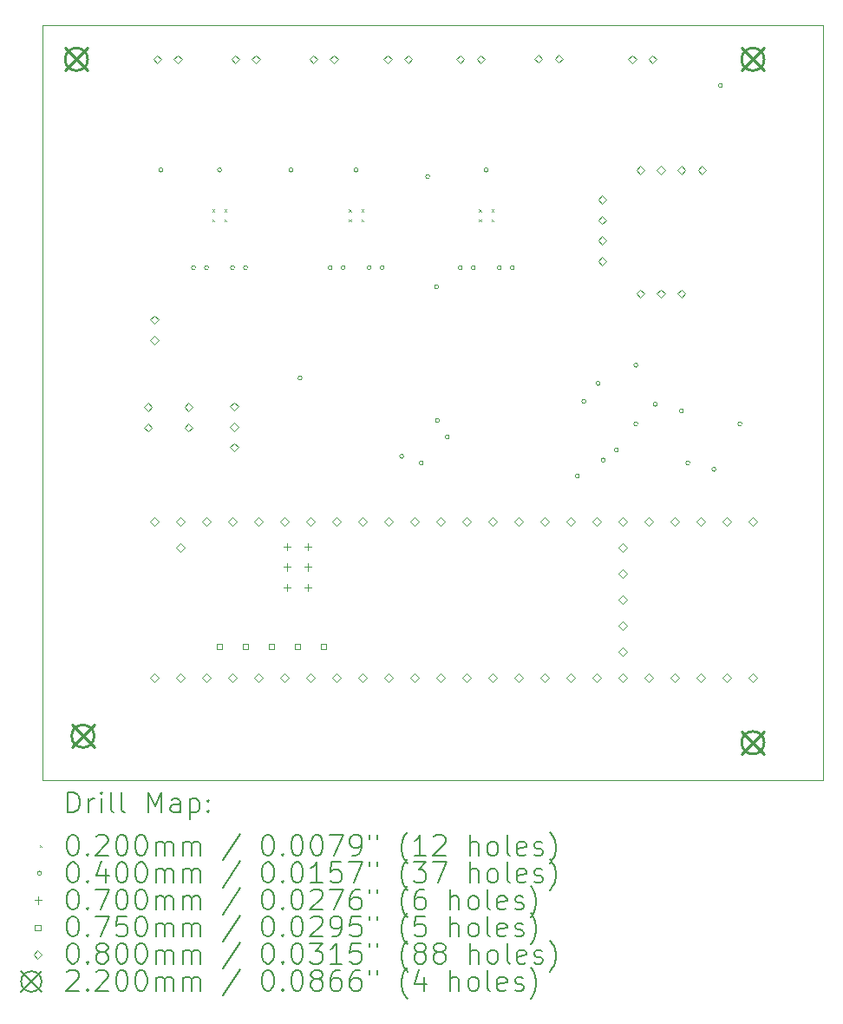
<source format=gbr>
%TF.GenerationSoftware,KiCad,Pcbnew,(6.0.7)*%
%TF.CreationDate,2023-02-02T12:11:48-07:00*%
%TF.ProjectId,Tellus,54656c6c-7573-42e6-9b69-6361645f7063,rev?*%
%TF.SameCoordinates,Original*%
%TF.FileFunction,Drillmap*%
%TF.FilePolarity,Positive*%
%FSLAX45Y45*%
G04 Gerber Fmt 4.5, Leading zero omitted, Abs format (unit mm)*
G04 Created by KiCad (PCBNEW (6.0.7)) date 2023-02-02 12:11:48*
%MOMM*%
%LPD*%
G01*
G04 APERTURE LIST*
%ADD10C,0.100000*%
%ADD11C,0.200000*%
%ADD12C,0.020000*%
%ADD13C,0.040000*%
%ADD14C,0.070000*%
%ADD15C,0.075000*%
%ADD16C,0.080000*%
%ADD17C,0.220000*%
G04 APERTURE END LIST*
D10*
X11730000Y-7540500D02*
X19350000Y-7540500D01*
X19350000Y-7540500D02*
X19350000Y-14906500D01*
X19350000Y-14906500D02*
X11730000Y-14906500D01*
X11730000Y-14906500D02*
X11730000Y-7540500D01*
D11*
D12*
X13392000Y-9338000D02*
X13412000Y-9358000D01*
X13412000Y-9338000D02*
X13392000Y-9358000D01*
X13392000Y-9438000D02*
X13412000Y-9458000D01*
X13412000Y-9438000D02*
X13392000Y-9458000D01*
X13512000Y-9338000D02*
X13532000Y-9358000D01*
X13532000Y-9338000D02*
X13512000Y-9358000D01*
X13512000Y-9438000D02*
X13532000Y-9458000D01*
X13532000Y-9438000D02*
X13512000Y-9458000D01*
X14725500Y-9338000D02*
X14745500Y-9358000D01*
X14745500Y-9338000D02*
X14725500Y-9358000D01*
X14725500Y-9438000D02*
X14745500Y-9458000D01*
X14745500Y-9438000D02*
X14725500Y-9458000D01*
X14845500Y-9338000D02*
X14865500Y-9358000D01*
X14865500Y-9338000D02*
X14845500Y-9358000D01*
X14845500Y-9438000D02*
X14865500Y-9458000D01*
X14865500Y-9438000D02*
X14845500Y-9458000D01*
X15995500Y-9338000D02*
X16015500Y-9358000D01*
X16015500Y-9338000D02*
X15995500Y-9358000D01*
X15995500Y-9438000D02*
X16015500Y-9458000D01*
X16015500Y-9438000D02*
X15995500Y-9458000D01*
X16115500Y-9338000D02*
X16135500Y-9358000D01*
X16135500Y-9338000D02*
X16115500Y-9358000D01*
X16115500Y-9438000D02*
X16135500Y-9458000D01*
X16135500Y-9438000D02*
X16115500Y-9458000D01*
D13*
X12910500Y-8953500D02*
G75*
G03*
X12910500Y-8953500I-20000J0D01*
G01*
X13228000Y-9906000D02*
G75*
G03*
X13228000Y-9906000I-20000J0D01*
G01*
X13355000Y-9906000D02*
G75*
G03*
X13355000Y-9906000I-20000J0D01*
G01*
X13482000Y-8953500D02*
G75*
G03*
X13482000Y-8953500I-20000J0D01*
G01*
X13609000Y-9906000D02*
G75*
G03*
X13609000Y-9906000I-20000J0D01*
G01*
X13736000Y-9906000D02*
G75*
G03*
X13736000Y-9906000I-20000J0D01*
G01*
X14180500Y-8953500D02*
G75*
G03*
X14180500Y-8953500I-20000J0D01*
G01*
X14268000Y-10983000D02*
G75*
G03*
X14268000Y-10983000I-20000J0D01*
G01*
X14561500Y-9906000D02*
G75*
G03*
X14561500Y-9906000I-20000J0D01*
G01*
X14688500Y-9905860D02*
G75*
G03*
X14688500Y-9905860I-20000J0D01*
G01*
X14815500Y-8953500D02*
G75*
G03*
X14815500Y-8953500I-20000J0D01*
G01*
X14942500Y-9905860D02*
G75*
G03*
X14942500Y-9905860I-20000J0D01*
G01*
X15069500Y-9905860D02*
G75*
G03*
X15069500Y-9905860I-20000J0D01*
G01*
X15260000Y-11747500D02*
G75*
G03*
X15260000Y-11747500I-20000J0D01*
G01*
X15450500Y-11811000D02*
G75*
G03*
X15450500Y-11811000I-20000J0D01*
G01*
X15514000Y-9017000D02*
G75*
G03*
X15514000Y-9017000I-20000J0D01*
G01*
X15601500Y-10094000D02*
G75*
G03*
X15601500Y-10094000I-20000J0D01*
G01*
X15609250Y-11398250D02*
G75*
G03*
X15609250Y-11398250I-20000J0D01*
G01*
X15704500Y-11557000D02*
G75*
G03*
X15704500Y-11557000I-20000J0D01*
G01*
X15831500Y-9906000D02*
G75*
G03*
X15831500Y-9906000I-20000J0D01*
G01*
X15958500Y-9906000D02*
G75*
G03*
X15958500Y-9906000I-20000J0D01*
G01*
X16085500Y-8953500D02*
G75*
G03*
X16085500Y-8953500I-20000J0D01*
G01*
X16212500Y-9906000D02*
G75*
G03*
X16212500Y-9906000I-20000J0D01*
G01*
X16339500Y-9906000D02*
G75*
G03*
X16339500Y-9906000I-20000J0D01*
G01*
X16974500Y-11938000D02*
G75*
G03*
X16974500Y-11938000I-20000J0D01*
G01*
X17038000Y-11211750D02*
G75*
G03*
X17038000Y-11211750I-20000J0D01*
G01*
X17178500Y-11035500D02*
G75*
G03*
X17178500Y-11035500I-20000J0D01*
G01*
X17228500Y-11783250D02*
G75*
G03*
X17228500Y-11783250I-20000J0D01*
G01*
X17355500Y-11684000D02*
G75*
G03*
X17355500Y-11684000I-20000J0D01*
G01*
X17546000Y-10858500D02*
G75*
G03*
X17546000Y-10858500I-20000J0D01*
G01*
X17546000Y-11430000D02*
G75*
G03*
X17546000Y-11430000I-20000J0D01*
G01*
X17736500Y-11239500D02*
G75*
G03*
X17736500Y-11239500I-20000J0D01*
G01*
X17990500Y-11303000D02*
G75*
G03*
X17990500Y-11303000I-20000J0D01*
G01*
X18054000Y-11811000D02*
G75*
G03*
X18054000Y-11811000I-20000J0D01*
G01*
X18308000Y-11874500D02*
G75*
G03*
X18308000Y-11874500I-20000J0D01*
G01*
X18371500Y-8128000D02*
G75*
G03*
X18371500Y-8128000I-20000J0D01*
G01*
X18562000Y-11430000D02*
G75*
G03*
X18562000Y-11430000I-20000J0D01*
G01*
D14*
X14124000Y-12592500D02*
X14124000Y-12662500D01*
X14089000Y-12627500D02*
X14159000Y-12627500D01*
X14124000Y-12792500D02*
X14124000Y-12862500D01*
X14089000Y-12827500D02*
X14159000Y-12827500D01*
X14124000Y-12992500D02*
X14124000Y-13062500D01*
X14089000Y-13027500D02*
X14159000Y-13027500D01*
X14324000Y-12592500D02*
X14324000Y-12662500D01*
X14289000Y-12627500D02*
X14359000Y-12627500D01*
X14324000Y-12792500D02*
X14324000Y-12862500D01*
X14289000Y-12827500D02*
X14359000Y-12827500D01*
X14324000Y-12992500D02*
X14324000Y-13062500D01*
X14289000Y-13027500D02*
X14359000Y-13027500D01*
D15*
X13488517Y-13628017D02*
X13488517Y-13574983D01*
X13435483Y-13574983D01*
X13435483Y-13628017D01*
X13488517Y-13628017D01*
X13742517Y-13628017D02*
X13742517Y-13574983D01*
X13689483Y-13574983D01*
X13689483Y-13628017D01*
X13742517Y-13628017D01*
X13996517Y-13628017D02*
X13996517Y-13574983D01*
X13943483Y-13574983D01*
X13943483Y-13628017D01*
X13996517Y-13628017D01*
X14250517Y-13628017D02*
X14250517Y-13574983D01*
X14197483Y-13574983D01*
X14197483Y-13628017D01*
X14250517Y-13628017D01*
X14504517Y-13628017D02*
X14504517Y-13574983D01*
X14451483Y-13574983D01*
X14451483Y-13628017D01*
X14504517Y-13628017D01*
D16*
X12763500Y-11306500D02*
X12803500Y-11266500D01*
X12763500Y-11226500D01*
X12723500Y-11266500D01*
X12763500Y-11306500D01*
X12763500Y-11506500D02*
X12803500Y-11466500D01*
X12763500Y-11426500D01*
X12723500Y-11466500D01*
X12763500Y-11506500D01*
X12827000Y-10454000D02*
X12867000Y-10414000D01*
X12827000Y-10374000D01*
X12787000Y-10414000D01*
X12827000Y-10454000D01*
X12827000Y-10654000D02*
X12867000Y-10614000D01*
X12827000Y-10574000D01*
X12787000Y-10614000D01*
X12827000Y-10654000D01*
X12827000Y-12422500D02*
X12867000Y-12382500D01*
X12827000Y-12342500D01*
X12787000Y-12382500D01*
X12827000Y-12422500D01*
X12827000Y-13946500D02*
X12867000Y-13906500D01*
X12827000Y-13866500D01*
X12787000Y-13906500D01*
X12827000Y-13946500D01*
X12854000Y-7914000D02*
X12894000Y-7874000D01*
X12854000Y-7834000D01*
X12814000Y-7874000D01*
X12854000Y-7914000D01*
X13054000Y-7914000D02*
X13094000Y-7874000D01*
X13054000Y-7834000D01*
X13014000Y-7874000D01*
X13054000Y-7914000D01*
X13081000Y-12422500D02*
X13121000Y-12382500D01*
X13081000Y-12342500D01*
X13041000Y-12382500D01*
X13081000Y-12422500D01*
X13081000Y-12676500D02*
X13121000Y-12636500D01*
X13081000Y-12596500D01*
X13041000Y-12636500D01*
X13081000Y-12676500D01*
X13081000Y-13946500D02*
X13121000Y-13906500D01*
X13081000Y-13866500D01*
X13041000Y-13906500D01*
X13081000Y-13946500D01*
X13160363Y-11306502D02*
X13200363Y-11266502D01*
X13160363Y-11226502D01*
X13120363Y-11266502D01*
X13160363Y-11306502D01*
X13160363Y-11506502D02*
X13200363Y-11466502D01*
X13160363Y-11426502D01*
X13120363Y-11466502D01*
X13160363Y-11506502D01*
X13335000Y-12422500D02*
X13375000Y-12382500D01*
X13335000Y-12342500D01*
X13295000Y-12382500D01*
X13335000Y-12422500D01*
X13335000Y-13946500D02*
X13375000Y-13906500D01*
X13335000Y-13866500D01*
X13295000Y-13906500D01*
X13335000Y-13946500D01*
X13589000Y-12422500D02*
X13629000Y-12382500D01*
X13589000Y-12342500D01*
X13549000Y-12382500D01*
X13589000Y-12422500D01*
X13589000Y-13946500D02*
X13629000Y-13906500D01*
X13589000Y-13866500D01*
X13549000Y-13906500D01*
X13589000Y-13946500D01*
X13606251Y-11299843D02*
X13646251Y-11259843D01*
X13606251Y-11219843D01*
X13566251Y-11259843D01*
X13606251Y-11299843D01*
X13606251Y-11499843D02*
X13646251Y-11459843D01*
X13606251Y-11419843D01*
X13566251Y-11459843D01*
X13606251Y-11499843D01*
X13606251Y-11699843D02*
X13646251Y-11659843D01*
X13606251Y-11619843D01*
X13566251Y-11659843D01*
X13606251Y-11699843D01*
X13616000Y-7914000D02*
X13656000Y-7874000D01*
X13616000Y-7834000D01*
X13576000Y-7874000D01*
X13616000Y-7914000D01*
X13816000Y-7914000D02*
X13856000Y-7874000D01*
X13816000Y-7834000D01*
X13776000Y-7874000D01*
X13816000Y-7914000D01*
X13843000Y-12422500D02*
X13883000Y-12382500D01*
X13843000Y-12342500D01*
X13803000Y-12382500D01*
X13843000Y-12422500D01*
X13843000Y-13946500D02*
X13883000Y-13906500D01*
X13843000Y-13866500D01*
X13803000Y-13906500D01*
X13843000Y-13946500D01*
X14097000Y-12422500D02*
X14137000Y-12382500D01*
X14097000Y-12342500D01*
X14057000Y-12382500D01*
X14097000Y-12422500D01*
X14097000Y-13946500D02*
X14137000Y-13906500D01*
X14097000Y-13866500D01*
X14057000Y-13906500D01*
X14097000Y-13946500D01*
X14351000Y-12422500D02*
X14391000Y-12382500D01*
X14351000Y-12342500D01*
X14311000Y-12382500D01*
X14351000Y-12422500D01*
X14351000Y-13946500D02*
X14391000Y-13906500D01*
X14351000Y-13866500D01*
X14311000Y-13906500D01*
X14351000Y-13946500D01*
X14378000Y-7914000D02*
X14418000Y-7874000D01*
X14378000Y-7834000D01*
X14338000Y-7874000D01*
X14378000Y-7914000D01*
X14578000Y-7914000D02*
X14618000Y-7874000D01*
X14578000Y-7834000D01*
X14538000Y-7874000D01*
X14578000Y-7914000D01*
X14605000Y-12422500D02*
X14645000Y-12382500D01*
X14605000Y-12342500D01*
X14565000Y-12382500D01*
X14605000Y-12422500D01*
X14605000Y-13946500D02*
X14645000Y-13906500D01*
X14605000Y-13866500D01*
X14565000Y-13906500D01*
X14605000Y-13946500D01*
X14859000Y-12422500D02*
X14899000Y-12382500D01*
X14859000Y-12342500D01*
X14819000Y-12382500D01*
X14859000Y-12422500D01*
X14859000Y-13946500D02*
X14899000Y-13906500D01*
X14859000Y-13866500D01*
X14819000Y-13906500D01*
X14859000Y-13946500D01*
X15103500Y-7914000D02*
X15143500Y-7874000D01*
X15103500Y-7834000D01*
X15063500Y-7874000D01*
X15103500Y-7914000D01*
X15113000Y-12422500D02*
X15153000Y-12382500D01*
X15113000Y-12342500D01*
X15073000Y-12382500D01*
X15113000Y-12422500D01*
X15113000Y-13946500D02*
X15153000Y-13906500D01*
X15113000Y-13866500D01*
X15073000Y-13906500D01*
X15113000Y-13946500D01*
X15303500Y-7914000D02*
X15343500Y-7874000D01*
X15303500Y-7834000D01*
X15263500Y-7874000D01*
X15303500Y-7914000D01*
X15367000Y-12422500D02*
X15407000Y-12382500D01*
X15367000Y-12342500D01*
X15327000Y-12382500D01*
X15367000Y-12422500D01*
X15367000Y-13946500D02*
X15407000Y-13906500D01*
X15367000Y-13866500D01*
X15327000Y-13906500D01*
X15367000Y-13946500D01*
X15621000Y-12422500D02*
X15661000Y-12382500D01*
X15621000Y-12342500D01*
X15581000Y-12382500D01*
X15621000Y-12422500D01*
X15621000Y-13946500D02*
X15661000Y-13906500D01*
X15621000Y-13866500D01*
X15581000Y-13906500D01*
X15621000Y-13946500D01*
X15811500Y-7914000D02*
X15851500Y-7874000D01*
X15811500Y-7834000D01*
X15771500Y-7874000D01*
X15811500Y-7914000D01*
X15875000Y-12422500D02*
X15915000Y-12382500D01*
X15875000Y-12342500D01*
X15835000Y-12382500D01*
X15875000Y-12422500D01*
X15875000Y-13946500D02*
X15915000Y-13906500D01*
X15875000Y-13866500D01*
X15835000Y-13906500D01*
X15875000Y-13946500D01*
X16011500Y-7914000D02*
X16051500Y-7874000D01*
X16011500Y-7834000D01*
X15971500Y-7874000D01*
X16011500Y-7914000D01*
X16129000Y-12422500D02*
X16169000Y-12382500D01*
X16129000Y-12342500D01*
X16089000Y-12382500D01*
X16129000Y-12422500D01*
X16129000Y-13946500D02*
X16169000Y-13906500D01*
X16129000Y-13866500D01*
X16089000Y-13906500D01*
X16129000Y-13946500D01*
X16383000Y-12422500D02*
X16423000Y-12382500D01*
X16383000Y-12342500D01*
X16343000Y-12382500D01*
X16383000Y-12422500D01*
X16383000Y-13946500D02*
X16423000Y-13906500D01*
X16383000Y-13866500D01*
X16343000Y-13906500D01*
X16383000Y-13946500D01*
X16573500Y-7908750D02*
X16613500Y-7868750D01*
X16573500Y-7828750D01*
X16533500Y-7868750D01*
X16573500Y-7908750D01*
X16637000Y-12422500D02*
X16677000Y-12382500D01*
X16637000Y-12342500D01*
X16597000Y-12382500D01*
X16637000Y-12422500D01*
X16637000Y-13946500D02*
X16677000Y-13906500D01*
X16637000Y-13866500D01*
X16597000Y-13906500D01*
X16637000Y-13946500D01*
X16773500Y-7908750D02*
X16813500Y-7868750D01*
X16773500Y-7828750D01*
X16733500Y-7868750D01*
X16773500Y-7908750D01*
X16891000Y-12422500D02*
X16931000Y-12382500D01*
X16891000Y-12342500D01*
X16851000Y-12382500D01*
X16891000Y-12422500D01*
X16891000Y-13946500D02*
X16931000Y-13906500D01*
X16891000Y-13866500D01*
X16851000Y-13906500D01*
X16891000Y-13946500D01*
X17145000Y-12422500D02*
X17185000Y-12382500D01*
X17145000Y-12342500D01*
X17105000Y-12382500D01*
X17145000Y-12422500D01*
X17145000Y-13946500D02*
X17185000Y-13906500D01*
X17145000Y-13866500D01*
X17105000Y-13906500D01*
X17145000Y-13946500D01*
X17199000Y-9282500D02*
X17239000Y-9242500D01*
X17199000Y-9202500D01*
X17159000Y-9242500D01*
X17199000Y-9282500D01*
X17199000Y-9482500D02*
X17239000Y-9442500D01*
X17199000Y-9402500D01*
X17159000Y-9442500D01*
X17199000Y-9482500D01*
X17199000Y-9682500D02*
X17239000Y-9642500D01*
X17199000Y-9602500D01*
X17159000Y-9642500D01*
X17199000Y-9682500D01*
X17199000Y-9882500D02*
X17239000Y-9842500D01*
X17199000Y-9802500D01*
X17159000Y-9842500D01*
X17199000Y-9882500D01*
X17399000Y-12422500D02*
X17439000Y-12382500D01*
X17399000Y-12342500D01*
X17359000Y-12382500D01*
X17399000Y-12422500D01*
X17399000Y-12676500D02*
X17439000Y-12636500D01*
X17399000Y-12596500D01*
X17359000Y-12636500D01*
X17399000Y-12676500D01*
X17399000Y-12930500D02*
X17439000Y-12890500D01*
X17399000Y-12850500D01*
X17359000Y-12890500D01*
X17399000Y-12930500D01*
X17399000Y-13184500D02*
X17439000Y-13144500D01*
X17399000Y-13104500D01*
X17359000Y-13144500D01*
X17399000Y-13184500D01*
X17399000Y-13438500D02*
X17439000Y-13398500D01*
X17399000Y-13358500D01*
X17359000Y-13398500D01*
X17399000Y-13438500D01*
X17399000Y-13692500D02*
X17439000Y-13652500D01*
X17399000Y-13612500D01*
X17359000Y-13652500D01*
X17399000Y-13692500D01*
X17399000Y-13946500D02*
X17439000Y-13906500D01*
X17399000Y-13866500D01*
X17359000Y-13906500D01*
X17399000Y-13946500D01*
X17489500Y-7914000D02*
X17529500Y-7874000D01*
X17489500Y-7834000D01*
X17449500Y-7874000D01*
X17489500Y-7914000D01*
X17570500Y-8993500D02*
X17610500Y-8953500D01*
X17570500Y-8913500D01*
X17530500Y-8953500D01*
X17570500Y-8993500D01*
X17570500Y-10200000D02*
X17610500Y-10160000D01*
X17570500Y-10120000D01*
X17530500Y-10160000D01*
X17570500Y-10200000D01*
X17653000Y-12422500D02*
X17693000Y-12382500D01*
X17653000Y-12342500D01*
X17613000Y-12382500D01*
X17653000Y-12422500D01*
X17653000Y-13946500D02*
X17693000Y-13906500D01*
X17653000Y-13866500D01*
X17613000Y-13906500D01*
X17653000Y-13946500D01*
X17689500Y-7914000D02*
X17729500Y-7874000D01*
X17689500Y-7834000D01*
X17649500Y-7874000D01*
X17689500Y-7914000D01*
X17770500Y-8993500D02*
X17810500Y-8953500D01*
X17770500Y-8913500D01*
X17730500Y-8953500D01*
X17770500Y-8993500D01*
X17770500Y-10200000D02*
X17810500Y-10160000D01*
X17770500Y-10120000D01*
X17730500Y-10160000D01*
X17770500Y-10200000D01*
X17907000Y-12422500D02*
X17947000Y-12382500D01*
X17907000Y-12342500D01*
X17867000Y-12382500D01*
X17907000Y-12422500D01*
X17907000Y-13946500D02*
X17947000Y-13906500D01*
X17907000Y-13866500D01*
X17867000Y-13906500D01*
X17907000Y-13946500D01*
X17970500Y-8993500D02*
X18010500Y-8953500D01*
X17970500Y-8913500D01*
X17930500Y-8953500D01*
X17970500Y-8993500D01*
X17970500Y-10200000D02*
X18010500Y-10160000D01*
X17970500Y-10120000D01*
X17930500Y-10160000D01*
X17970500Y-10200000D01*
X18161000Y-12422500D02*
X18201000Y-12382500D01*
X18161000Y-12342500D01*
X18121000Y-12382500D01*
X18161000Y-12422500D01*
X18161000Y-13946500D02*
X18201000Y-13906500D01*
X18161000Y-13866500D01*
X18121000Y-13906500D01*
X18161000Y-13946500D01*
X18170500Y-8993500D02*
X18210500Y-8953500D01*
X18170500Y-8913500D01*
X18130500Y-8953500D01*
X18170500Y-8993500D01*
X18415000Y-12422500D02*
X18455000Y-12382500D01*
X18415000Y-12342500D01*
X18375000Y-12382500D01*
X18415000Y-12422500D01*
X18415000Y-13946500D02*
X18455000Y-13906500D01*
X18415000Y-13866500D01*
X18375000Y-13906500D01*
X18415000Y-13946500D01*
X18669000Y-12422500D02*
X18709000Y-12382500D01*
X18669000Y-12342500D01*
X18629000Y-12382500D01*
X18669000Y-12422500D01*
X18669000Y-13946500D02*
X18709000Y-13906500D01*
X18669000Y-13866500D01*
X18629000Y-13906500D01*
X18669000Y-13946500D01*
D17*
X11955000Y-7764000D02*
X12175000Y-7984000D01*
X12175000Y-7764000D02*
X11955000Y-7984000D01*
X12175000Y-7874000D02*
G75*
G03*
X12175000Y-7874000I-110000J0D01*
G01*
X12018500Y-14368000D02*
X12238500Y-14588000D01*
X12238500Y-14368000D02*
X12018500Y-14588000D01*
X12238500Y-14478000D02*
G75*
G03*
X12238500Y-14478000I-110000J0D01*
G01*
X18559000Y-7764000D02*
X18779000Y-7984000D01*
X18779000Y-7764000D02*
X18559000Y-7984000D01*
X18779000Y-7874000D02*
G75*
G03*
X18779000Y-7874000I-110000J0D01*
G01*
X18559000Y-14431500D02*
X18779000Y-14651500D01*
X18779000Y-14431500D02*
X18559000Y-14651500D01*
X18779000Y-14541500D02*
G75*
G03*
X18779000Y-14541500I-110000J0D01*
G01*
D11*
X11982619Y-15221976D02*
X11982619Y-15021976D01*
X12030238Y-15021976D01*
X12058809Y-15031500D01*
X12077857Y-15050548D01*
X12087381Y-15069595D01*
X12096905Y-15107690D01*
X12096905Y-15136262D01*
X12087381Y-15174357D01*
X12077857Y-15193405D01*
X12058809Y-15212452D01*
X12030238Y-15221976D01*
X11982619Y-15221976D01*
X12182619Y-15221976D02*
X12182619Y-15088643D01*
X12182619Y-15126738D02*
X12192143Y-15107690D01*
X12201667Y-15098167D01*
X12220714Y-15088643D01*
X12239762Y-15088643D01*
X12306428Y-15221976D02*
X12306428Y-15088643D01*
X12306428Y-15021976D02*
X12296905Y-15031500D01*
X12306428Y-15041024D01*
X12315952Y-15031500D01*
X12306428Y-15021976D01*
X12306428Y-15041024D01*
X12430238Y-15221976D02*
X12411190Y-15212452D01*
X12401667Y-15193405D01*
X12401667Y-15021976D01*
X12535000Y-15221976D02*
X12515952Y-15212452D01*
X12506428Y-15193405D01*
X12506428Y-15021976D01*
X12763571Y-15221976D02*
X12763571Y-15021976D01*
X12830238Y-15164833D01*
X12896905Y-15021976D01*
X12896905Y-15221976D01*
X13077857Y-15221976D02*
X13077857Y-15117214D01*
X13068333Y-15098167D01*
X13049286Y-15088643D01*
X13011190Y-15088643D01*
X12992143Y-15098167D01*
X13077857Y-15212452D02*
X13058809Y-15221976D01*
X13011190Y-15221976D01*
X12992143Y-15212452D01*
X12982619Y-15193405D01*
X12982619Y-15174357D01*
X12992143Y-15155309D01*
X13011190Y-15145786D01*
X13058809Y-15145786D01*
X13077857Y-15136262D01*
X13173095Y-15088643D02*
X13173095Y-15288643D01*
X13173095Y-15098167D02*
X13192143Y-15088643D01*
X13230238Y-15088643D01*
X13249286Y-15098167D01*
X13258809Y-15107690D01*
X13268333Y-15126738D01*
X13268333Y-15183881D01*
X13258809Y-15202928D01*
X13249286Y-15212452D01*
X13230238Y-15221976D01*
X13192143Y-15221976D01*
X13173095Y-15212452D01*
X13354048Y-15202928D02*
X13363571Y-15212452D01*
X13354048Y-15221976D01*
X13344524Y-15212452D01*
X13354048Y-15202928D01*
X13354048Y-15221976D01*
X13354048Y-15098167D02*
X13363571Y-15107690D01*
X13354048Y-15117214D01*
X13344524Y-15107690D01*
X13354048Y-15098167D01*
X13354048Y-15117214D01*
D12*
X11705000Y-15541500D02*
X11725000Y-15561500D01*
X11725000Y-15541500D02*
X11705000Y-15561500D01*
D11*
X12020714Y-15441976D02*
X12039762Y-15441976D01*
X12058809Y-15451500D01*
X12068333Y-15461024D01*
X12077857Y-15480071D01*
X12087381Y-15518167D01*
X12087381Y-15565786D01*
X12077857Y-15603881D01*
X12068333Y-15622928D01*
X12058809Y-15632452D01*
X12039762Y-15641976D01*
X12020714Y-15641976D01*
X12001667Y-15632452D01*
X11992143Y-15622928D01*
X11982619Y-15603881D01*
X11973095Y-15565786D01*
X11973095Y-15518167D01*
X11982619Y-15480071D01*
X11992143Y-15461024D01*
X12001667Y-15451500D01*
X12020714Y-15441976D01*
X12173095Y-15622928D02*
X12182619Y-15632452D01*
X12173095Y-15641976D01*
X12163571Y-15632452D01*
X12173095Y-15622928D01*
X12173095Y-15641976D01*
X12258809Y-15461024D02*
X12268333Y-15451500D01*
X12287381Y-15441976D01*
X12335000Y-15441976D01*
X12354048Y-15451500D01*
X12363571Y-15461024D01*
X12373095Y-15480071D01*
X12373095Y-15499119D01*
X12363571Y-15527690D01*
X12249286Y-15641976D01*
X12373095Y-15641976D01*
X12496905Y-15441976D02*
X12515952Y-15441976D01*
X12535000Y-15451500D01*
X12544524Y-15461024D01*
X12554048Y-15480071D01*
X12563571Y-15518167D01*
X12563571Y-15565786D01*
X12554048Y-15603881D01*
X12544524Y-15622928D01*
X12535000Y-15632452D01*
X12515952Y-15641976D01*
X12496905Y-15641976D01*
X12477857Y-15632452D01*
X12468333Y-15622928D01*
X12458809Y-15603881D01*
X12449286Y-15565786D01*
X12449286Y-15518167D01*
X12458809Y-15480071D01*
X12468333Y-15461024D01*
X12477857Y-15451500D01*
X12496905Y-15441976D01*
X12687381Y-15441976D02*
X12706428Y-15441976D01*
X12725476Y-15451500D01*
X12735000Y-15461024D01*
X12744524Y-15480071D01*
X12754048Y-15518167D01*
X12754048Y-15565786D01*
X12744524Y-15603881D01*
X12735000Y-15622928D01*
X12725476Y-15632452D01*
X12706428Y-15641976D01*
X12687381Y-15641976D01*
X12668333Y-15632452D01*
X12658809Y-15622928D01*
X12649286Y-15603881D01*
X12639762Y-15565786D01*
X12639762Y-15518167D01*
X12649286Y-15480071D01*
X12658809Y-15461024D01*
X12668333Y-15451500D01*
X12687381Y-15441976D01*
X12839762Y-15641976D02*
X12839762Y-15508643D01*
X12839762Y-15527690D02*
X12849286Y-15518167D01*
X12868333Y-15508643D01*
X12896905Y-15508643D01*
X12915952Y-15518167D01*
X12925476Y-15537214D01*
X12925476Y-15641976D01*
X12925476Y-15537214D02*
X12935000Y-15518167D01*
X12954048Y-15508643D01*
X12982619Y-15508643D01*
X13001667Y-15518167D01*
X13011190Y-15537214D01*
X13011190Y-15641976D01*
X13106428Y-15641976D02*
X13106428Y-15508643D01*
X13106428Y-15527690D02*
X13115952Y-15518167D01*
X13135000Y-15508643D01*
X13163571Y-15508643D01*
X13182619Y-15518167D01*
X13192143Y-15537214D01*
X13192143Y-15641976D01*
X13192143Y-15537214D02*
X13201667Y-15518167D01*
X13220714Y-15508643D01*
X13249286Y-15508643D01*
X13268333Y-15518167D01*
X13277857Y-15537214D01*
X13277857Y-15641976D01*
X13668333Y-15432452D02*
X13496905Y-15689595D01*
X13925476Y-15441976D02*
X13944524Y-15441976D01*
X13963571Y-15451500D01*
X13973095Y-15461024D01*
X13982619Y-15480071D01*
X13992143Y-15518167D01*
X13992143Y-15565786D01*
X13982619Y-15603881D01*
X13973095Y-15622928D01*
X13963571Y-15632452D01*
X13944524Y-15641976D01*
X13925476Y-15641976D01*
X13906428Y-15632452D01*
X13896905Y-15622928D01*
X13887381Y-15603881D01*
X13877857Y-15565786D01*
X13877857Y-15518167D01*
X13887381Y-15480071D01*
X13896905Y-15461024D01*
X13906428Y-15451500D01*
X13925476Y-15441976D01*
X14077857Y-15622928D02*
X14087381Y-15632452D01*
X14077857Y-15641976D01*
X14068333Y-15632452D01*
X14077857Y-15622928D01*
X14077857Y-15641976D01*
X14211190Y-15441976D02*
X14230238Y-15441976D01*
X14249286Y-15451500D01*
X14258809Y-15461024D01*
X14268333Y-15480071D01*
X14277857Y-15518167D01*
X14277857Y-15565786D01*
X14268333Y-15603881D01*
X14258809Y-15622928D01*
X14249286Y-15632452D01*
X14230238Y-15641976D01*
X14211190Y-15641976D01*
X14192143Y-15632452D01*
X14182619Y-15622928D01*
X14173095Y-15603881D01*
X14163571Y-15565786D01*
X14163571Y-15518167D01*
X14173095Y-15480071D01*
X14182619Y-15461024D01*
X14192143Y-15451500D01*
X14211190Y-15441976D01*
X14401667Y-15441976D02*
X14420714Y-15441976D01*
X14439762Y-15451500D01*
X14449286Y-15461024D01*
X14458809Y-15480071D01*
X14468333Y-15518167D01*
X14468333Y-15565786D01*
X14458809Y-15603881D01*
X14449286Y-15622928D01*
X14439762Y-15632452D01*
X14420714Y-15641976D01*
X14401667Y-15641976D01*
X14382619Y-15632452D01*
X14373095Y-15622928D01*
X14363571Y-15603881D01*
X14354048Y-15565786D01*
X14354048Y-15518167D01*
X14363571Y-15480071D01*
X14373095Y-15461024D01*
X14382619Y-15451500D01*
X14401667Y-15441976D01*
X14535000Y-15441976D02*
X14668333Y-15441976D01*
X14582619Y-15641976D01*
X14754048Y-15641976D02*
X14792143Y-15641976D01*
X14811190Y-15632452D01*
X14820714Y-15622928D01*
X14839762Y-15594357D01*
X14849286Y-15556262D01*
X14849286Y-15480071D01*
X14839762Y-15461024D01*
X14830238Y-15451500D01*
X14811190Y-15441976D01*
X14773095Y-15441976D01*
X14754048Y-15451500D01*
X14744524Y-15461024D01*
X14735000Y-15480071D01*
X14735000Y-15527690D01*
X14744524Y-15546738D01*
X14754048Y-15556262D01*
X14773095Y-15565786D01*
X14811190Y-15565786D01*
X14830238Y-15556262D01*
X14839762Y-15546738D01*
X14849286Y-15527690D01*
X14925476Y-15441976D02*
X14925476Y-15480071D01*
X15001667Y-15441976D02*
X15001667Y-15480071D01*
X15296905Y-15718167D02*
X15287381Y-15708643D01*
X15268333Y-15680071D01*
X15258809Y-15661024D01*
X15249286Y-15632452D01*
X15239762Y-15584833D01*
X15239762Y-15546738D01*
X15249286Y-15499119D01*
X15258809Y-15470548D01*
X15268333Y-15451500D01*
X15287381Y-15422928D01*
X15296905Y-15413405D01*
X15477857Y-15641976D02*
X15363571Y-15641976D01*
X15420714Y-15641976D02*
X15420714Y-15441976D01*
X15401667Y-15470548D01*
X15382619Y-15489595D01*
X15363571Y-15499119D01*
X15554048Y-15461024D02*
X15563571Y-15451500D01*
X15582619Y-15441976D01*
X15630238Y-15441976D01*
X15649286Y-15451500D01*
X15658809Y-15461024D01*
X15668333Y-15480071D01*
X15668333Y-15499119D01*
X15658809Y-15527690D01*
X15544524Y-15641976D01*
X15668333Y-15641976D01*
X15906428Y-15641976D02*
X15906428Y-15441976D01*
X15992143Y-15641976D02*
X15992143Y-15537214D01*
X15982619Y-15518167D01*
X15963571Y-15508643D01*
X15935000Y-15508643D01*
X15915952Y-15518167D01*
X15906428Y-15527690D01*
X16115952Y-15641976D02*
X16096905Y-15632452D01*
X16087381Y-15622928D01*
X16077857Y-15603881D01*
X16077857Y-15546738D01*
X16087381Y-15527690D01*
X16096905Y-15518167D01*
X16115952Y-15508643D01*
X16144524Y-15508643D01*
X16163571Y-15518167D01*
X16173095Y-15527690D01*
X16182619Y-15546738D01*
X16182619Y-15603881D01*
X16173095Y-15622928D01*
X16163571Y-15632452D01*
X16144524Y-15641976D01*
X16115952Y-15641976D01*
X16296905Y-15641976D02*
X16277857Y-15632452D01*
X16268333Y-15613405D01*
X16268333Y-15441976D01*
X16449286Y-15632452D02*
X16430238Y-15641976D01*
X16392143Y-15641976D01*
X16373095Y-15632452D01*
X16363571Y-15613405D01*
X16363571Y-15537214D01*
X16373095Y-15518167D01*
X16392143Y-15508643D01*
X16430238Y-15508643D01*
X16449286Y-15518167D01*
X16458809Y-15537214D01*
X16458809Y-15556262D01*
X16363571Y-15575309D01*
X16535000Y-15632452D02*
X16554048Y-15641976D01*
X16592143Y-15641976D01*
X16611190Y-15632452D01*
X16620714Y-15613405D01*
X16620714Y-15603881D01*
X16611190Y-15584833D01*
X16592143Y-15575309D01*
X16563571Y-15575309D01*
X16544524Y-15565786D01*
X16535000Y-15546738D01*
X16535000Y-15537214D01*
X16544524Y-15518167D01*
X16563571Y-15508643D01*
X16592143Y-15508643D01*
X16611190Y-15518167D01*
X16687381Y-15718167D02*
X16696905Y-15708643D01*
X16715952Y-15680071D01*
X16725476Y-15661024D01*
X16735000Y-15632452D01*
X16744524Y-15584833D01*
X16744524Y-15546738D01*
X16735000Y-15499119D01*
X16725476Y-15470548D01*
X16715952Y-15451500D01*
X16696905Y-15422928D01*
X16687381Y-15413405D01*
D13*
X11725000Y-15815500D02*
G75*
G03*
X11725000Y-15815500I-20000J0D01*
G01*
D11*
X12020714Y-15705976D02*
X12039762Y-15705976D01*
X12058809Y-15715500D01*
X12068333Y-15725024D01*
X12077857Y-15744071D01*
X12087381Y-15782167D01*
X12087381Y-15829786D01*
X12077857Y-15867881D01*
X12068333Y-15886928D01*
X12058809Y-15896452D01*
X12039762Y-15905976D01*
X12020714Y-15905976D01*
X12001667Y-15896452D01*
X11992143Y-15886928D01*
X11982619Y-15867881D01*
X11973095Y-15829786D01*
X11973095Y-15782167D01*
X11982619Y-15744071D01*
X11992143Y-15725024D01*
X12001667Y-15715500D01*
X12020714Y-15705976D01*
X12173095Y-15886928D02*
X12182619Y-15896452D01*
X12173095Y-15905976D01*
X12163571Y-15896452D01*
X12173095Y-15886928D01*
X12173095Y-15905976D01*
X12354048Y-15772643D02*
X12354048Y-15905976D01*
X12306428Y-15696452D02*
X12258809Y-15839309D01*
X12382619Y-15839309D01*
X12496905Y-15705976D02*
X12515952Y-15705976D01*
X12535000Y-15715500D01*
X12544524Y-15725024D01*
X12554048Y-15744071D01*
X12563571Y-15782167D01*
X12563571Y-15829786D01*
X12554048Y-15867881D01*
X12544524Y-15886928D01*
X12535000Y-15896452D01*
X12515952Y-15905976D01*
X12496905Y-15905976D01*
X12477857Y-15896452D01*
X12468333Y-15886928D01*
X12458809Y-15867881D01*
X12449286Y-15829786D01*
X12449286Y-15782167D01*
X12458809Y-15744071D01*
X12468333Y-15725024D01*
X12477857Y-15715500D01*
X12496905Y-15705976D01*
X12687381Y-15705976D02*
X12706428Y-15705976D01*
X12725476Y-15715500D01*
X12735000Y-15725024D01*
X12744524Y-15744071D01*
X12754048Y-15782167D01*
X12754048Y-15829786D01*
X12744524Y-15867881D01*
X12735000Y-15886928D01*
X12725476Y-15896452D01*
X12706428Y-15905976D01*
X12687381Y-15905976D01*
X12668333Y-15896452D01*
X12658809Y-15886928D01*
X12649286Y-15867881D01*
X12639762Y-15829786D01*
X12639762Y-15782167D01*
X12649286Y-15744071D01*
X12658809Y-15725024D01*
X12668333Y-15715500D01*
X12687381Y-15705976D01*
X12839762Y-15905976D02*
X12839762Y-15772643D01*
X12839762Y-15791690D02*
X12849286Y-15782167D01*
X12868333Y-15772643D01*
X12896905Y-15772643D01*
X12915952Y-15782167D01*
X12925476Y-15801214D01*
X12925476Y-15905976D01*
X12925476Y-15801214D02*
X12935000Y-15782167D01*
X12954048Y-15772643D01*
X12982619Y-15772643D01*
X13001667Y-15782167D01*
X13011190Y-15801214D01*
X13011190Y-15905976D01*
X13106428Y-15905976D02*
X13106428Y-15772643D01*
X13106428Y-15791690D02*
X13115952Y-15782167D01*
X13135000Y-15772643D01*
X13163571Y-15772643D01*
X13182619Y-15782167D01*
X13192143Y-15801214D01*
X13192143Y-15905976D01*
X13192143Y-15801214D02*
X13201667Y-15782167D01*
X13220714Y-15772643D01*
X13249286Y-15772643D01*
X13268333Y-15782167D01*
X13277857Y-15801214D01*
X13277857Y-15905976D01*
X13668333Y-15696452D02*
X13496905Y-15953595D01*
X13925476Y-15705976D02*
X13944524Y-15705976D01*
X13963571Y-15715500D01*
X13973095Y-15725024D01*
X13982619Y-15744071D01*
X13992143Y-15782167D01*
X13992143Y-15829786D01*
X13982619Y-15867881D01*
X13973095Y-15886928D01*
X13963571Y-15896452D01*
X13944524Y-15905976D01*
X13925476Y-15905976D01*
X13906428Y-15896452D01*
X13896905Y-15886928D01*
X13887381Y-15867881D01*
X13877857Y-15829786D01*
X13877857Y-15782167D01*
X13887381Y-15744071D01*
X13896905Y-15725024D01*
X13906428Y-15715500D01*
X13925476Y-15705976D01*
X14077857Y-15886928D02*
X14087381Y-15896452D01*
X14077857Y-15905976D01*
X14068333Y-15896452D01*
X14077857Y-15886928D01*
X14077857Y-15905976D01*
X14211190Y-15705976D02*
X14230238Y-15705976D01*
X14249286Y-15715500D01*
X14258809Y-15725024D01*
X14268333Y-15744071D01*
X14277857Y-15782167D01*
X14277857Y-15829786D01*
X14268333Y-15867881D01*
X14258809Y-15886928D01*
X14249286Y-15896452D01*
X14230238Y-15905976D01*
X14211190Y-15905976D01*
X14192143Y-15896452D01*
X14182619Y-15886928D01*
X14173095Y-15867881D01*
X14163571Y-15829786D01*
X14163571Y-15782167D01*
X14173095Y-15744071D01*
X14182619Y-15725024D01*
X14192143Y-15715500D01*
X14211190Y-15705976D01*
X14468333Y-15905976D02*
X14354048Y-15905976D01*
X14411190Y-15905976D02*
X14411190Y-15705976D01*
X14392143Y-15734548D01*
X14373095Y-15753595D01*
X14354048Y-15763119D01*
X14649286Y-15705976D02*
X14554048Y-15705976D01*
X14544524Y-15801214D01*
X14554048Y-15791690D01*
X14573095Y-15782167D01*
X14620714Y-15782167D01*
X14639762Y-15791690D01*
X14649286Y-15801214D01*
X14658809Y-15820262D01*
X14658809Y-15867881D01*
X14649286Y-15886928D01*
X14639762Y-15896452D01*
X14620714Y-15905976D01*
X14573095Y-15905976D01*
X14554048Y-15896452D01*
X14544524Y-15886928D01*
X14725476Y-15705976D02*
X14858809Y-15705976D01*
X14773095Y-15905976D01*
X14925476Y-15705976D02*
X14925476Y-15744071D01*
X15001667Y-15705976D02*
X15001667Y-15744071D01*
X15296905Y-15982167D02*
X15287381Y-15972643D01*
X15268333Y-15944071D01*
X15258809Y-15925024D01*
X15249286Y-15896452D01*
X15239762Y-15848833D01*
X15239762Y-15810738D01*
X15249286Y-15763119D01*
X15258809Y-15734548D01*
X15268333Y-15715500D01*
X15287381Y-15686928D01*
X15296905Y-15677405D01*
X15354048Y-15705976D02*
X15477857Y-15705976D01*
X15411190Y-15782167D01*
X15439762Y-15782167D01*
X15458809Y-15791690D01*
X15468333Y-15801214D01*
X15477857Y-15820262D01*
X15477857Y-15867881D01*
X15468333Y-15886928D01*
X15458809Y-15896452D01*
X15439762Y-15905976D01*
X15382619Y-15905976D01*
X15363571Y-15896452D01*
X15354048Y-15886928D01*
X15544524Y-15705976D02*
X15677857Y-15705976D01*
X15592143Y-15905976D01*
X15906428Y-15905976D02*
X15906428Y-15705976D01*
X15992143Y-15905976D02*
X15992143Y-15801214D01*
X15982619Y-15782167D01*
X15963571Y-15772643D01*
X15935000Y-15772643D01*
X15915952Y-15782167D01*
X15906428Y-15791690D01*
X16115952Y-15905976D02*
X16096905Y-15896452D01*
X16087381Y-15886928D01*
X16077857Y-15867881D01*
X16077857Y-15810738D01*
X16087381Y-15791690D01*
X16096905Y-15782167D01*
X16115952Y-15772643D01*
X16144524Y-15772643D01*
X16163571Y-15782167D01*
X16173095Y-15791690D01*
X16182619Y-15810738D01*
X16182619Y-15867881D01*
X16173095Y-15886928D01*
X16163571Y-15896452D01*
X16144524Y-15905976D01*
X16115952Y-15905976D01*
X16296905Y-15905976D02*
X16277857Y-15896452D01*
X16268333Y-15877405D01*
X16268333Y-15705976D01*
X16449286Y-15896452D02*
X16430238Y-15905976D01*
X16392143Y-15905976D01*
X16373095Y-15896452D01*
X16363571Y-15877405D01*
X16363571Y-15801214D01*
X16373095Y-15782167D01*
X16392143Y-15772643D01*
X16430238Y-15772643D01*
X16449286Y-15782167D01*
X16458809Y-15801214D01*
X16458809Y-15820262D01*
X16363571Y-15839309D01*
X16535000Y-15896452D02*
X16554048Y-15905976D01*
X16592143Y-15905976D01*
X16611190Y-15896452D01*
X16620714Y-15877405D01*
X16620714Y-15867881D01*
X16611190Y-15848833D01*
X16592143Y-15839309D01*
X16563571Y-15839309D01*
X16544524Y-15829786D01*
X16535000Y-15810738D01*
X16535000Y-15801214D01*
X16544524Y-15782167D01*
X16563571Y-15772643D01*
X16592143Y-15772643D01*
X16611190Y-15782167D01*
X16687381Y-15982167D02*
X16696905Y-15972643D01*
X16715952Y-15944071D01*
X16725476Y-15925024D01*
X16735000Y-15896452D01*
X16744524Y-15848833D01*
X16744524Y-15810738D01*
X16735000Y-15763119D01*
X16725476Y-15734548D01*
X16715952Y-15715500D01*
X16696905Y-15686928D01*
X16687381Y-15677405D01*
D14*
X11690000Y-16044500D02*
X11690000Y-16114500D01*
X11655000Y-16079500D02*
X11725000Y-16079500D01*
D11*
X12020714Y-15969976D02*
X12039762Y-15969976D01*
X12058809Y-15979500D01*
X12068333Y-15989024D01*
X12077857Y-16008071D01*
X12087381Y-16046167D01*
X12087381Y-16093786D01*
X12077857Y-16131881D01*
X12068333Y-16150928D01*
X12058809Y-16160452D01*
X12039762Y-16169976D01*
X12020714Y-16169976D01*
X12001667Y-16160452D01*
X11992143Y-16150928D01*
X11982619Y-16131881D01*
X11973095Y-16093786D01*
X11973095Y-16046167D01*
X11982619Y-16008071D01*
X11992143Y-15989024D01*
X12001667Y-15979500D01*
X12020714Y-15969976D01*
X12173095Y-16150928D02*
X12182619Y-16160452D01*
X12173095Y-16169976D01*
X12163571Y-16160452D01*
X12173095Y-16150928D01*
X12173095Y-16169976D01*
X12249286Y-15969976D02*
X12382619Y-15969976D01*
X12296905Y-16169976D01*
X12496905Y-15969976D02*
X12515952Y-15969976D01*
X12535000Y-15979500D01*
X12544524Y-15989024D01*
X12554048Y-16008071D01*
X12563571Y-16046167D01*
X12563571Y-16093786D01*
X12554048Y-16131881D01*
X12544524Y-16150928D01*
X12535000Y-16160452D01*
X12515952Y-16169976D01*
X12496905Y-16169976D01*
X12477857Y-16160452D01*
X12468333Y-16150928D01*
X12458809Y-16131881D01*
X12449286Y-16093786D01*
X12449286Y-16046167D01*
X12458809Y-16008071D01*
X12468333Y-15989024D01*
X12477857Y-15979500D01*
X12496905Y-15969976D01*
X12687381Y-15969976D02*
X12706428Y-15969976D01*
X12725476Y-15979500D01*
X12735000Y-15989024D01*
X12744524Y-16008071D01*
X12754048Y-16046167D01*
X12754048Y-16093786D01*
X12744524Y-16131881D01*
X12735000Y-16150928D01*
X12725476Y-16160452D01*
X12706428Y-16169976D01*
X12687381Y-16169976D01*
X12668333Y-16160452D01*
X12658809Y-16150928D01*
X12649286Y-16131881D01*
X12639762Y-16093786D01*
X12639762Y-16046167D01*
X12649286Y-16008071D01*
X12658809Y-15989024D01*
X12668333Y-15979500D01*
X12687381Y-15969976D01*
X12839762Y-16169976D02*
X12839762Y-16036643D01*
X12839762Y-16055690D02*
X12849286Y-16046167D01*
X12868333Y-16036643D01*
X12896905Y-16036643D01*
X12915952Y-16046167D01*
X12925476Y-16065214D01*
X12925476Y-16169976D01*
X12925476Y-16065214D02*
X12935000Y-16046167D01*
X12954048Y-16036643D01*
X12982619Y-16036643D01*
X13001667Y-16046167D01*
X13011190Y-16065214D01*
X13011190Y-16169976D01*
X13106428Y-16169976D02*
X13106428Y-16036643D01*
X13106428Y-16055690D02*
X13115952Y-16046167D01*
X13135000Y-16036643D01*
X13163571Y-16036643D01*
X13182619Y-16046167D01*
X13192143Y-16065214D01*
X13192143Y-16169976D01*
X13192143Y-16065214D02*
X13201667Y-16046167D01*
X13220714Y-16036643D01*
X13249286Y-16036643D01*
X13268333Y-16046167D01*
X13277857Y-16065214D01*
X13277857Y-16169976D01*
X13668333Y-15960452D02*
X13496905Y-16217595D01*
X13925476Y-15969976D02*
X13944524Y-15969976D01*
X13963571Y-15979500D01*
X13973095Y-15989024D01*
X13982619Y-16008071D01*
X13992143Y-16046167D01*
X13992143Y-16093786D01*
X13982619Y-16131881D01*
X13973095Y-16150928D01*
X13963571Y-16160452D01*
X13944524Y-16169976D01*
X13925476Y-16169976D01*
X13906428Y-16160452D01*
X13896905Y-16150928D01*
X13887381Y-16131881D01*
X13877857Y-16093786D01*
X13877857Y-16046167D01*
X13887381Y-16008071D01*
X13896905Y-15989024D01*
X13906428Y-15979500D01*
X13925476Y-15969976D01*
X14077857Y-16150928D02*
X14087381Y-16160452D01*
X14077857Y-16169976D01*
X14068333Y-16160452D01*
X14077857Y-16150928D01*
X14077857Y-16169976D01*
X14211190Y-15969976D02*
X14230238Y-15969976D01*
X14249286Y-15979500D01*
X14258809Y-15989024D01*
X14268333Y-16008071D01*
X14277857Y-16046167D01*
X14277857Y-16093786D01*
X14268333Y-16131881D01*
X14258809Y-16150928D01*
X14249286Y-16160452D01*
X14230238Y-16169976D01*
X14211190Y-16169976D01*
X14192143Y-16160452D01*
X14182619Y-16150928D01*
X14173095Y-16131881D01*
X14163571Y-16093786D01*
X14163571Y-16046167D01*
X14173095Y-16008071D01*
X14182619Y-15989024D01*
X14192143Y-15979500D01*
X14211190Y-15969976D01*
X14354048Y-15989024D02*
X14363571Y-15979500D01*
X14382619Y-15969976D01*
X14430238Y-15969976D01*
X14449286Y-15979500D01*
X14458809Y-15989024D01*
X14468333Y-16008071D01*
X14468333Y-16027119D01*
X14458809Y-16055690D01*
X14344524Y-16169976D01*
X14468333Y-16169976D01*
X14535000Y-15969976D02*
X14668333Y-15969976D01*
X14582619Y-16169976D01*
X14830238Y-15969976D02*
X14792143Y-15969976D01*
X14773095Y-15979500D01*
X14763571Y-15989024D01*
X14744524Y-16017595D01*
X14735000Y-16055690D01*
X14735000Y-16131881D01*
X14744524Y-16150928D01*
X14754048Y-16160452D01*
X14773095Y-16169976D01*
X14811190Y-16169976D01*
X14830238Y-16160452D01*
X14839762Y-16150928D01*
X14849286Y-16131881D01*
X14849286Y-16084262D01*
X14839762Y-16065214D01*
X14830238Y-16055690D01*
X14811190Y-16046167D01*
X14773095Y-16046167D01*
X14754048Y-16055690D01*
X14744524Y-16065214D01*
X14735000Y-16084262D01*
X14925476Y-15969976D02*
X14925476Y-16008071D01*
X15001667Y-15969976D02*
X15001667Y-16008071D01*
X15296905Y-16246167D02*
X15287381Y-16236643D01*
X15268333Y-16208071D01*
X15258809Y-16189024D01*
X15249286Y-16160452D01*
X15239762Y-16112833D01*
X15239762Y-16074738D01*
X15249286Y-16027119D01*
X15258809Y-15998548D01*
X15268333Y-15979500D01*
X15287381Y-15950928D01*
X15296905Y-15941405D01*
X15458809Y-15969976D02*
X15420714Y-15969976D01*
X15401667Y-15979500D01*
X15392143Y-15989024D01*
X15373095Y-16017595D01*
X15363571Y-16055690D01*
X15363571Y-16131881D01*
X15373095Y-16150928D01*
X15382619Y-16160452D01*
X15401667Y-16169976D01*
X15439762Y-16169976D01*
X15458809Y-16160452D01*
X15468333Y-16150928D01*
X15477857Y-16131881D01*
X15477857Y-16084262D01*
X15468333Y-16065214D01*
X15458809Y-16055690D01*
X15439762Y-16046167D01*
X15401667Y-16046167D01*
X15382619Y-16055690D01*
X15373095Y-16065214D01*
X15363571Y-16084262D01*
X15715952Y-16169976D02*
X15715952Y-15969976D01*
X15801667Y-16169976D02*
X15801667Y-16065214D01*
X15792143Y-16046167D01*
X15773095Y-16036643D01*
X15744524Y-16036643D01*
X15725476Y-16046167D01*
X15715952Y-16055690D01*
X15925476Y-16169976D02*
X15906428Y-16160452D01*
X15896905Y-16150928D01*
X15887381Y-16131881D01*
X15887381Y-16074738D01*
X15896905Y-16055690D01*
X15906428Y-16046167D01*
X15925476Y-16036643D01*
X15954048Y-16036643D01*
X15973095Y-16046167D01*
X15982619Y-16055690D01*
X15992143Y-16074738D01*
X15992143Y-16131881D01*
X15982619Y-16150928D01*
X15973095Y-16160452D01*
X15954048Y-16169976D01*
X15925476Y-16169976D01*
X16106428Y-16169976D02*
X16087381Y-16160452D01*
X16077857Y-16141405D01*
X16077857Y-15969976D01*
X16258809Y-16160452D02*
X16239762Y-16169976D01*
X16201667Y-16169976D01*
X16182619Y-16160452D01*
X16173095Y-16141405D01*
X16173095Y-16065214D01*
X16182619Y-16046167D01*
X16201667Y-16036643D01*
X16239762Y-16036643D01*
X16258809Y-16046167D01*
X16268333Y-16065214D01*
X16268333Y-16084262D01*
X16173095Y-16103309D01*
X16344524Y-16160452D02*
X16363571Y-16169976D01*
X16401667Y-16169976D01*
X16420714Y-16160452D01*
X16430238Y-16141405D01*
X16430238Y-16131881D01*
X16420714Y-16112833D01*
X16401667Y-16103309D01*
X16373095Y-16103309D01*
X16354048Y-16093786D01*
X16344524Y-16074738D01*
X16344524Y-16065214D01*
X16354048Y-16046167D01*
X16373095Y-16036643D01*
X16401667Y-16036643D01*
X16420714Y-16046167D01*
X16496905Y-16246167D02*
X16506428Y-16236643D01*
X16525476Y-16208071D01*
X16535000Y-16189024D01*
X16544524Y-16160452D01*
X16554048Y-16112833D01*
X16554048Y-16074738D01*
X16544524Y-16027119D01*
X16535000Y-15998548D01*
X16525476Y-15979500D01*
X16506428Y-15950928D01*
X16496905Y-15941405D01*
D15*
X11714017Y-16370017D02*
X11714017Y-16316983D01*
X11660983Y-16316983D01*
X11660983Y-16370017D01*
X11714017Y-16370017D01*
D11*
X12020714Y-16233976D02*
X12039762Y-16233976D01*
X12058809Y-16243500D01*
X12068333Y-16253024D01*
X12077857Y-16272071D01*
X12087381Y-16310167D01*
X12087381Y-16357786D01*
X12077857Y-16395881D01*
X12068333Y-16414928D01*
X12058809Y-16424452D01*
X12039762Y-16433976D01*
X12020714Y-16433976D01*
X12001667Y-16424452D01*
X11992143Y-16414928D01*
X11982619Y-16395881D01*
X11973095Y-16357786D01*
X11973095Y-16310167D01*
X11982619Y-16272071D01*
X11992143Y-16253024D01*
X12001667Y-16243500D01*
X12020714Y-16233976D01*
X12173095Y-16414928D02*
X12182619Y-16424452D01*
X12173095Y-16433976D01*
X12163571Y-16424452D01*
X12173095Y-16414928D01*
X12173095Y-16433976D01*
X12249286Y-16233976D02*
X12382619Y-16233976D01*
X12296905Y-16433976D01*
X12554048Y-16233976D02*
X12458809Y-16233976D01*
X12449286Y-16329214D01*
X12458809Y-16319690D01*
X12477857Y-16310167D01*
X12525476Y-16310167D01*
X12544524Y-16319690D01*
X12554048Y-16329214D01*
X12563571Y-16348262D01*
X12563571Y-16395881D01*
X12554048Y-16414928D01*
X12544524Y-16424452D01*
X12525476Y-16433976D01*
X12477857Y-16433976D01*
X12458809Y-16424452D01*
X12449286Y-16414928D01*
X12687381Y-16233976D02*
X12706428Y-16233976D01*
X12725476Y-16243500D01*
X12735000Y-16253024D01*
X12744524Y-16272071D01*
X12754048Y-16310167D01*
X12754048Y-16357786D01*
X12744524Y-16395881D01*
X12735000Y-16414928D01*
X12725476Y-16424452D01*
X12706428Y-16433976D01*
X12687381Y-16433976D01*
X12668333Y-16424452D01*
X12658809Y-16414928D01*
X12649286Y-16395881D01*
X12639762Y-16357786D01*
X12639762Y-16310167D01*
X12649286Y-16272071D01*
X12658809Y-16253024D01*
X12668333Y-16243500D01*
X12687381Y-16233976D01*
X12839762Y-16433976D02*
X12839762Y-16300643D01*
X12839762Y-16319690D02*
X12849286Y-16310167D01*
X12868333Y-16300643D01*
X12896905Y-16300643D01*
X12915952Y-16310167D01*
X12925476Y-16329214D01*
X12925476Y-16433976D01*
X12925476Y-16329214D02*
X12935000Y-16310167D01*
X12954048Y-16300643D01*
X12982619Y-16300643D01*
X13001667Y-16310167D01*
X13011190Y-16329214D01*
X13011190Y-16433976D01*
X13106428Y-16433976D02*
X13106428Y-16300643D01*
X13106428Y-16319690D02*
X13115952Y-16310167D01*
X13135000Y-16300643D01*
X13163571Y-16300643D01*
X13182619Y-16310167D01*
X13192143Y-16329214D01*
X13192143Y-16433976D01*
X13192143Y-16329214D02*
X13201667Y-16310167D01*
X13220714Y-16300643D01*
X13249286Y-16300643D01*
X13268333Y-16310167D01*
X13277857Y-16329214D01*
X13277857Y-16433976D01*
X13668333Y-16224452D02*
X13496905Y-16481595D01*
X13925476Y-16233976D02*
X13944524Y-16233976D01*
X13963571Y-16243500D01*
X13973095Y-16253024D01*
X13982619Y-16272071D01*
X13992143Y-16310167D01*
X13992143Y-16357786D01*
X13982619Y-16395881D01*
X13973095Y-16414928D01*
X13963571Y-16424452D01*
X13944524Y-16433976D01*
X13925476Y-16433976D01*
X13906428Y-16424452D01*
X13896905Y-16414928D01*
X13887381Y-16395881D01*
X13877857Y-16357786D01*
X13877857Y-16310167D01*
X13887381Y-16272071D01*
X13896905Y-16253024D01*
X13906428Y-16243500D01*
X13925476Y-16233976D01*
X14077857Y-16414928D02*
X14087381Y-16424452D01*
X14077857Y-16433976D01*
X14068333Y-16424452D01*
X14077857Y-16414928D01*
X14077857Y-16433976D01*
X14211190Y-16233976D02*
X14230238Y-16233976D01*
X14249286Y-16243500D01*
X14258809Y-16253024D01*
X14268333Y-16272071D01*
X14277857Y-16310167D01*
X14277857Y-16357786D01*
X14268333Y-16395881D01*
X14258809Y-16414928D01*
X14249286Y-16424452D01*
X14230238Y-16433976D01*
X14211190Y-16433976D01*
X14192143Y-16424452D01*
X14182619Y-16414928D01*
X14173095Y-16395881D01*
X14163571Y-16357786D01*
X14163571Y-16310167D01*
X14173095Y-16272071D01*
X14182619Y-16253024D01*
X14192143Y-16243500D01*
X14211190Y-16233976D01*
X14354048Y-16253024D02*
X14363571Y-16243500D01*
X14382619Y-16233976D01*
X14430238Y-16233976D01*
X14449286Y-16243500D01*
X14458809Y-16253024D01*
X14468333Y-16272071D01*
X14468333Y-16291119D01*
X14458809Y-16319690D01*
X14344524Y-16433976D01*
X14468333Y-16433976D01*
X14563571Y-16433976D02*
X14601667Y-16433976D01*
X14620714Y-16424452D01*
X14630238Y-16414928D01*
X14649286Y-16386357D01*
X14658809Y-16348262D01*
X14658809Y-16272071D01*
X14649286Y-16253024D01*
X14639762Y-16243500D01*
X14620714Y-16233976D01*
X14582619Y-16233976D01*
X14563571Y-16243500D01*
X14554048Y-16253024D01*
X14544524Y-16272071D01*
X14544524Y-16319690D01*
X14554048Y-16338738D01*
X14563571Y-16348262D01*
X14582619Y-16357786D01*
X14620714Y-16357786D01*
X14639762Y-16348262D01*
X14649286Y-16338738D01*
X14658809Y-16319690D01*
X14839762Y-16233976D02*
X14744524Y-16233976D01*
X14735000Y-16329214D01*
X14744524Y-16319690D01*
X14763571Y-16310167D01*
X14811190Y-16310167D01*
X14830238Y-16319690D01*
X14839762Y-16329214D01*
X14849286Y-16348262D01*
X14849286Y-16395881D01*
X14839762Y-16414928D01*
X14830238Y-16424452D01*
X14811190Y-16433976D01*
X14763571Y-16433976D01*
X14744524Y-16424452D01*
X14735000Y-16414928D01*
X14925476Y-16233976D02*
X14925476Y-16272071D01*
X15001667Y-16233976D02*
X15001667Y-16272071D01*
X15296905Y-16510167D02*
X15287381Y-16500643D01*
X15268333Y-16472071D01*
X15258809Y-16453024D01*
X15249286Y-16424452D01*
X15239762Y-16376833D01*
X15239762Y-16338738D01*
X15249286Y-16291119D01*
X15258809Y-16262548D01*
X15268333Y-16243500D01*
X15287381Y-16214928D01*
X15296905Y-16205405D01*
X15468333Y-16233976D02*
X15373095Y-16233976D01*
X15363571Y-16329214D01*
X15373095Y-16319690D01*
X15392143Y-16310167D01*
X15439762Y-16310167D01*
X15458809Y-16319690D01*
X15468333Y-16329214D01*
X15477857Y-16348262D01*
X15477857Y-16395881D01*
X15468333Y-16414928D01*
X15458809Y-16424452D01*
X15439762Y-16433976D01*
X15392143Y-16433976D01*
X15373095Y-16424452D01*
X15363571Y-16414928D01*
X15715952Y-16433976D02*
X15715952Y-16233976D01*
X15801667Y-16433976D02*
X15801667Y-16329214D01*
X15792143Y-16310167D01*
X15773095Y-16300643D01*
X15744524Y-16300643D01*
X15725476Y-16310167D01*
X15715952Y-16319690D01*
X15925476Y-16433976D02*
X15906428Y-16424452D01*
X15896905Y-16414928D01*
X15887381Y-16395881D01*
X15887381Y-16338738D01*
X15896905Y-16319690D01*
X15906428Y-16310167D01*
X15925476Y-16300643D01*
X15954048Y-16300643D01*
X15973095Y-16310167D01*
X15982619Y-16319690D01*
X15992143Y-16338738D01*
X15992143Y-16395881D01*
X15982619Y-16414928D01*
X15973095Y-16424452D01*
X15954048Y-16433976D01*
X15925476Y-16433976D01*
X16106428Y-16433976D02*
X16087381Y-16424452D01*
X16077857Y-16405405D01*
X16077857Y-16233976D01*
X16258809Y-16424452D02*
X16239762Y-16433976D01*
X16201667Y-16433976D01*
X16182619Y-16424452D01*
X16173095Y-16405405D01*
X16173095Y-16329214D01*
X16182619Y-16310167D01*
X16201667Y-16300643D01*
X16239762Y-16300643D01*
X16258809Y-16310167D01*
X16268333Y-16329214D01*
X16268333Y-16348262D01*
X16173095Y-16367309D01*
X16344524Y-16424452D02*
X16363571Y-16433976D01*
X16401667Y-16433976D01*
X16420714Y-16424452D01*
X16430238Y-16405405D01*
X16430238Y-16395881D01*
X16420714Y-16376833D01*
X16401667Y-16367309D01*
X16373095Y-16367309D01*
X16354048Y-16357786D01*
X16344524Y-16338738D01*
X16344524Y-16329214D01*
X16354048Y-16310167D01*
X16373095Y-16300643D01*
X16401667Y-16300643D01*
X16420714Y-16310167D01*
X16496905Y-16510167D02*
X16506428Y-16500643D01*
X16525476Y-16472071D01*
X16535000Y-16453024D01*
X16544524Y-16424452D01*
X16554048Y-16376833D01*
X16554048Y-16338738D01*
X16544524Y-16291119D01*
X16535000Y-16262548D01*
X16525476Y-16243500D01*
X16506428Y-16214928D01*
X16496905Y-16205405D01*
D16*
X11685000Y-16647500D02*
X11725000Y-16607500D01*
X11685000Y-16567500D01*
X11645000Y-16607500D01*
X11685000Y-16647500D01*
D11*
X12020714Y-16497976D02*
X12039762Y-16497976D01*
X12058809Y-16507500D01*
X12068333Y-16517024D01*
X12077857Y-16536071D01*
X12087381Y-16574167D01*
X12087381Y-16621786D01*
X12077857Y-16659881D01*
X12068333Y-16678928D01*
X12058809Y-16688452D01*
X12039762Y-16697976D01*
X12020714Y-16697976D01*
X12001667Y-16688452D01*
X11992143Y-16678928D01*
X11982619Y-16659881D01*
X11973095Y-16621786D01*
X11973095Y-16574167D01*
X11982619Y-16536071D01*
X11992143Y-16517024D01*
X12001667Y-16507500D01*
X12020714Y-16497976D01*
X12173095Y-16678928D02*
X12182619Y-16688452D01*
X12173095Y-16697976D01*
X12163571Y-16688452D01*
X12173095Y-16678928D01*
X12173095Y-16697976D01*
X12296905Y-16583690D02*
X12277857Y-16574167D01*
X12268333Y-16564643D01*
X12258809Y-16545595D01*
X12258809Y-16536071D01*
X12268333Y-16517024D01*
X12277857Y-16507500D01*
X12296905Y-16497976D01*
X12335000Y-16497976D01*
X12354048Y-16507500D01*
X12363571Y-16517024D01*
X12373095Y-16536071D01*
X12373095Y-16545595D01*
X12363571Y-16564643D01*
X12354048Y-16574167D01*
X12335000Y-16583690D01*
X12296905Y-16583690D01*
X12277857Y-16593214D01*
X12268333Y-16602738D01*
X12258809Y-16621786D01*
X12258809Y-16659881D01*
X12268333Y-16678928D01*
X12277857Y-16688452D01*
X12296905Y-16697976D01*
X12335000Y-16697976D01*
X12354048Y-16688452D01*
X12363571Y-16678928D01*
X12373095Y-16659881D01*
X12373095Y-16621786D01*
X12363571Y-16602738D01*
X12354048Y-16593214D01*
X12335000Y-16583690D01*
X12496905Y-16497976D02*
X12515952Y-16497976D01*
X12535000Y-16507500D01*
X12544524Y-16517024D01*
X12554048Y-16536071D01*
X12563571Y-16574167D01*
X12563571Y-16621786D01*
X12554048Y-16659881D01*
X12544524Y-16678928D01*
X12535000Y-16688452D01*
X12515952Y-16697976D01*
X12496905Y-16697976D01*
X12477857Y-16688452D01*
X12468333Y-16678928D01*
X12458809Y-16659881D01*
X12449286Y-16621786D01*
X12449286Y-16574167D01*
X12458809Y-16536071D01*
X12468333Y-16517024D01*
X12477857Y-16507500D01*
X12496905Y-16497976D01*
X12687381Y-16497976D02*
X12706428Y-16497976D01*
X12725476Y-16507500D01*
X12735000Y-16517024D01*
X12744524Y-16536071D01*
X12754048Y-16574167D01*
X12754048Y-16621786D01*
X12744524Y-16659881D01*
X12735000Y-16678928D01*
X12725476Y-16688452D01*
X12706428Y-16697976D01*
X12687381Y-16697976D01*
X12668333Y-16688452D01*
X12658809Y-16678928D01*
X12649286Y-16659881D01*
X12639762Y-16621786D01*
X12639762Y-16574167D01*
X12649286Y-16536071D01*
X12658809Y-16517024D01*
X12668333Y-16507500D01*
X12687381Y-16497976D01*
X12839762Y-16697976D02*
X12839762Y-16564643D01*
X12839762Y-16583690D02*
X12849286Y-16574167D01*
X12868333Y-16564643D01*
X12896905Y-16564643D01*
X12915952Y-16574167D01*
X12925476Y-16593214D01*
X12925476Y-16697976D01*
X12925476Y-16593214D02*
X12935000Y-16574167D01*
X12954048Y-16564643D01*
X12982619Y-16564643D01*
X13001667Y-16574167D01*
X13011190Y-16593214D01*
X13011190Y-16697976D01*
X13106428Y-16697976D02*
X13106428Y-16564643D01*
X13106428Y-16583690D02*
X13115952Y-16574167D01*
X13135000Y-16564643D01*
X13163571Y-16564643D01*
X13182619Y-16574167D01*
X13192143Y-16593214D01*
X13192143Y-16697976D01*
X13192143Y-16593214D02*
X13201667Y-16574167D01*
X13220714Y-16564643D01*
X13249286Y-16564643D01*
X13268333Y-16574167D01*
X13277857Y-16593214D01*
X13277857Y-16697976D01*
X13668333Y-16488452D02*
X13496905Y-16745595D01*
X13925476Y-16497976D02*
X13944524Y-16497976D01*
X13963571Y-16507500D01*
X13973095Y-16517024D01*
X13982619Y-16536071D01*
X13992143Y-16574167D01*
X13992143Y-16621786D01*
X13982619Y-16659881D01*
X13973095Y-16678928D01*
X13963571Y-16688452D01*
X13944524Y-16697976D01*
X13925476Y-16697976D01*
X13906428Y-16688452D01*
X13896905Y-16678928D01*
X13887381Y-16659881D01*
X13877857Y-16621786D01*
X13877857Y-16574167D01*
X13887381Y-16536071D01*
X13896905Y-16517024D01*
X13906428Y-16507500D01*
X13925476Y-16497976D01*
X14077857Y-16678928D02*
X14087381Y-16688452D01*
X14077857Y-16697976D01*
X14068333Y-16688452D01*
X14077857Y-16678928D01*
X14077857Y-16697976D01*
X14211190Y-16497976D02*
X14230238Y-16497976D01*
X14249286Y-16507500D01*
X14258809Y-16517024D01*
X14268333Y-16536071D01*
X14277857Y-16574167D01*
X14277857Y-16621786D01*
X14268333Y-16659881D01*
X14258809Y-16678928D01*
X14249286Y-16688452D01*
X14230238Y-16697976D01*
X14211190Y-16697976D01*
X14192143Y-16688452D01*
X14182619Y-16678928D01*
X14173095Y-16659881D01*
X14163571Y-16621786D01*
X14163571Y-16574167D01*
X14173095Y-16536071D01*
X14182619Y-16517024D01*
X14192143Y-16507500D01*
X14211190Y-16497976D01*
X14344524Y-16497976D02*
X14468333Y-16497976D01*
X14401667Y-16574167D01*
X14430238Y-16574167D01*
X14449286Y-16583690D01*
X14458809Y-16593214D01*
X14468333Y-16612262D01*
X14468333Y-16659881D01*
X14458809Y-16678928D01*
X14449286Y-16688452D01*
X14430238Y-16697976D01*
X14373095Y-16697976D01*
X14354048Y-16688452D01*
X14344524Y-16678928D01*
X14658809Y-16697976D02*
X14544524Y-16697976D01*
X14601667Y-16697976D02*
X14601667Y-16497976D01*
X14582619Y-16526548D01*
X14563571Y-16545595D01*
X14544524Y-16555119D01*
X14839762Y-16497976D02*
X14744524Y-16497976D01*
X14735000Y-16593214D01*
X14744524Y-16583690D01*
X14763571Y-16574167D01*
X14811190Y-16574167D01*
X14830238Y-16583690D01*
X14839762Y-16593214D01*
X14849286Y-16612262D01*
X14849286Y-16659881D01*
X14839762Y-16678928D01*
X14830238Y-16688452D01*
X14811190Y-16697976D01*
X14763571Y-16697976D01*
X14744524Y-16688452D01*
X14735000Y-16678928D01*
X14925476Y-16497976D02*
X14925476Y-16536071D01*
X15001667Y-16497976D02*
X15001667Y-16536071D01*
X15296905Y-16774167D02*
X15287381Y-16764643D01*
X15268333Y-16736071D01*
X15258809Y-16717024D01*
X15249286Y-16688452D01*
X15239762Y-16640833D01*
X15239762Y-16602738D01*
X15249286Y-16555119D01*
X15258809Y-16526548D01*
X15268333Y-16507500D01*
X15287381Y-16478928D01*
X15296905Y-16469405D01*
X15401667Y-16583690D02*
X15382619Y-16574167D01*
X15373095Y-16564643D01*
X15363571Y-16545595D01*
X15363571Y-16536071D01*
X15373095Y-16517024D01*
X15382619Y-16507500D01*
X15401667Y-16497976D01*
X15439762Y-16497976D01*
X15458809Y-16507500D01*
X15468333Y-16517024D01*
X15477857Y-16536071D01*
X15477857Y-16545595D01*
X15468333Y-16564643D01*
X15458809Y-16574167D01*
X15439762Y-16583690D01*
X15401667Y-16583690D01*
X15382619Y-16593214D01*
X15373095Y-16602738D01*
X15363571Y-16621786D01*
X15363571Y-16659881D01*
X15373095Y-16678928D01*
X15382619Y-16688452D01*
X15401667Y-16697976D01*
X15439762Y-16697976D01*
X15458809Y-16688452D01*
X15468333Y-16678928D01*
X15477857Y-16659881D01*
X15477857Y-16621786D01*
X15468333Y-16602738D01*
X15458809Y-16593214D01*
X15439762Y-16583690D01*
X15592143Y-16583690D02*
X15573095Y-16574167D01*
X15563571Y-16564643D01*
X15554048Y-16545595D01*
X15554048Y-16536071D01*
X15563571Y-16517024D01*
X15573095Y-16507500D01*
X15592143Y-16497976D01*
X15630238Y-16497976D01*
X15649286Y-16507500D01*
X15658809Y-16517024D01*
X15668333Y-16536071D01*
X15668333Y-16545595D01*
X15658809Y-16564643D01*
X15649286Y-16574167D01*
X15630238Y-16583690D01*
X15592143Y-16583690D01*
X15573095Y-16593214D01*
X15563571Y-16602738D01*
X15554048Y-16621786D01*
X15554048Y-16659881D01*
X15563571Y-16678928D01*
X15573095Y-16688452D01*
X15592143Y-16697976D01*
X15630238Y-16697976D01*
X15649286Y-16688452D01*
X15658809Y-16678928D01*
X15668333Y-16659881D01*
X15668333Y-16621786D01*
X15658809Y-16602738D01*
X15649286Y-16593214D01*
X15630238Y-16583690D01*
X15906428Y-16697976D02*
X15906428Y-16497976D01*
X15992143Y-16697976D02*
X15992143Y-16593214D01*
X15982619Y-16574167D01*
X15963571Y-16564643D01*
X15935000Y-16564643D01*
X15915952Y-16574167D01*
X15906428Y-16583690D01*
X16115952Y-16697976D02*
X16096905Y-16688452D01*
X16087381Y-16678928D01*
X16077857Y-16659881D01*
X16077857Y-16602738D01*
X16087381Y-16583690D01*
X16096905Y-16574167D01*
X16115952Y-16564643D01*
X16144524Y-16564643D01*
X16163571Y-16574167D01*
X16173095Y-16583690D01*
X16182619Y-16602738D01*
X16182619Y-16659881D01*
X16173095Y-16678928D01*
X16163571Y-16688452D01*
X16144524Y-16697976D01*
X16115952Y-16697976D01*
X16296905Y-16697976D02*
X16277857Y-16688452D01*
X16268333Y-16669405D01*
X16268333Y-16497976D01*
X16449286Y-16688452D02*
X16430238Y-16697976D01*
X16392143Y-16697976D01*
X16373095Y-16688452D01*
X16363571Y-16669405D01*
X16363571Y-16593214D01*
X16373095Y-16574167D01*
X16392143Y-16564643D01*
X16430238Y-16564643D01*
X16449286Y-16574167D01*
X16458809Y-16593214D01*
X16458809Y-16612262D01*
X16363571Y-16631309D01*
X16535000Y-16688452D02*
X16554048Y-16697976D01*
X16592143Y-16697976D01*
X16611190Y-16688452D01*
X16620714Y-16669405D01*
X16620714Y-16659881D01*
X16611190Y-16640833D01*
X16592143Y-16631309D01*
X16563571Y-16631309D01*
X16544524Y-16621786D01*
X16535000Y-16602738D01*
X16535000Y-16593214D01*
X16544524Y-16574167D01*
X16563571Y-16564643D01*
X16592143Y-16564643D01*
X16611190Y-16574167D01*
X16687381Y-16774167D02*
X16696905Y-16764643D01*
X16715952Y-16736071D01*
X16725476Y-16717024D01*
X16735000Y-16688452D01*
X16744524Y-16640833D01*
X16744524Y-16602738D01*
X16735000Y-16555119D01*
X16725476Y-16526548D01*
X16715952Y-16507500D01*
X16696905Y-16478928D01*
X16687381Y-16469405D01*
X11525000Y-16771500D02*
X11725000Y-16971500D01*
X11725000Y-16771500D02*
X11525000Y-16971500D01*
X11725000Y-16871500D02*
G75*
G03*
X11725000Y-16871500I-100000J0D01*
G01*
X11973095Y-16781024D02*
X11982619Y-16771500D01*
X12001667Y-16761976D01*
X12049286Y-16761976D01*
X12068333Y-16771500D01*
X12077857Y-16781024D01*
X12087381Y-16800071D01*
X12087381Y-16819119D01*
X12077857Y-16847690D01*
X11963571Y-16961976D01*
X12087381Y-16961976D01*
X12173095Y-16942929D02*
X12182619Y-16952452D01*
X12173095Y-16961976D01*
X12163571Y-16952452D01*
X12173095Y-16942929D01*
X12173095Y-16961976D01*
X12258809Y-16781024D02*
X12268333Y-16771500D01*
X12287381Y-16761976D01*
X12335000Y-16761976D01*
X12354048Y-16771500D01*
X12363571Y-16781024D01*
X12373095Y-16800071D01*
X12373095Y-16819119D01*
X12363571Y-16847690D01*
X12249286Y-16961976D01*
X12373095Y-16961976D01*
X12496905Y-16761976D02*
X12515952Y-16761976D01*
X12535000Y-16771500D01*
X12544524Y-16781024D01*
X12554048Y-16800071D01*
X12563571Y-16838167D01*
X12563571Y-16885786D01*
X12554048Y-16923881D01*
X12544524Y-16942929D01*
X12535000Y-16952452D01*
X12515952Y-16961976D01*
X12496905Y-16961976D01*
X12477857Y-16952452D01*
X12468333Y-16942929D01*
X12458809Y-16923881D01*
X12449286Y-16885786D01*
X12449286Y-16838167D01*
X12458809Y-16800071D01*
X12468333Y-16781024D01*
X12477857Y-16771500D01*
X12496905Y-16761976D01*
X12687381Y-16761976D02*
X12706428Y-16761976D01*
X12725476Y-16771500D01*
X12735000Y-16781024D01*
X12744524Y-16800071D01*
X12754048Y-16838167D01*
X12754048Y-16885786D01*
X12744524Y-16923881D01*
X12735000Y-16942929D01*
X12725476Y-16952452D01*
X12706428Y-16961976D01*
X12687381Y-16961976D01*
X12668333Y-16952452D01*
X12658809Y-16942929D01*
X12649286Y-16923881D01*
X12639762Y-16885786D01*
X12639762Y-16838167D01*
X12649286Y-16800071D01*
X12658809Y-16781024D01*
X12668333Y-16771500D01*
X12687381Y-16761976D01*
X12839762Y-16961976D02*
X12839762Y-16828643D01*
X12839762Y-16847690D02*
X12849286Y-16838167D01*
X12868333Y-16828643D01*
X12896905Y-16828643D01*
X12915952Y-16838167D01*
X12925476Y-16857214D01*
X12925476Y-16961976D01*
X12925476Y-16857214D02*
X12935000Y-16838167D01*
X12954048Y-16828643D01*
X12982619Y-16828643D01*
X13001667Y-16838167D01*
X13011190Y-16857214D01*
X13011190Y-16961976D01*
X13106428Y-16961976D02*
X13106428Y-16828643D01*
X13106428Y-16847690D02*
X13115952Y-16838167D01*
X13135000Y-16828643D01*
X13163571Y-16828643D01*
X13182619Y-16838167D01*
X13192143Y-16857214D01*
X13192143Y-16961976D01*
X13192143Y-16857214D02*
X13201667Y-16838167D01*
X13220714Y-16828643D01*
X13249286Y-16828643D01*
X13268333Y-16838167D01*
X13277857Y-16857214D01*
X13277857Y-16961976D01*
X13668333Y-16752452D02*
X13496905Y-17009595D01*
X13925476Y-16761976D02*
X13944524Y-16761976D01*
X13963571Y-16771500D01*
X13973095Y-16781024D01*
X13982619Y-16800071D01*
X13992143Y-16838167D01*
X13992143Y-16885786D01*
X13982619Y-16923881D01*
X13973095Y-16942929D01*
X13963571Y-16952452D01*
X13944524Y-16961976D01*
X13925476Y-16961976D01*
X13906428Y-16952452D01*
X13896905Y-16942929D01*
X13887381Y-16923881D01*
X13877857Y-16885786D01*
X13877857Y-16838167D01*
X13887381Y-16800071D01*
X13896905Y-16781024D01*
X13906428Y-16771500D01*
X13925476Y-16761976D01*
X14077857Y-16942929D02*
X14087381Y-16952452D01*
X14077857Y-16961976D01*
X14068333Y-16952452D01*
X14077857Y-16942929D01*
X14077857Y-16961976D01*
X14211190Y-16761976D02*
X14230238Y-16761976D01*
X14249286Y-16771500D01*
X14258809Y-16781024D01*
X14268333Y-16800071D01*
X14277857Y-16838167D01*
X14277857Y-16885786D01*
X14268333Y-16923881D01*
X14258809Y-16942929D01*
X14249286Y-16952452D01*
X14230238Y-16961976D01*
X14211190Y-16961976D01*
X14192143Y-16952452D01*
X14182619Y-16942929D01*
X14173095Y-16923881D01*
X14163571Y-16885786D01*
X14163571Y-16838167D01*
X14173095Y-16800071D01*
X14182619Y-16781024D01*
X14192143Y-16771500D01*
X14211190Y-16761976D01*
X14392143Y-16847690D02*
X14373095Y-16838167D01*
X14363571Y-16828643D01*
X14354048Y-16809595D01*
X14354048Y-16800071D01*
X14363571Y-16781024D01*
X14373095Y-16771500D01*
X14392143Y-16761976D01*
X14430238Y-16761976D01*
X14449286Y-16771500D01*
X14458809Y-16781024D01*
X14468333Y-16800071D01*
X14468333Y-16809595D01*
X14458809Y-16828643D01*
X14449286Y-16838167D01*
X14430238Y-16847690D01*
X14392143Y-16847690D01*
X14373095Y-16857214D01*
X14363571Y-16866738D01*
X14354048Y-16885786D01*
X14354048Y-16923881D01*
X14363571Y-16942929D01*
X14373095Y-16952452D01*
X14392143Y-16961976D01*
X14430238Y-16961976D01*
X14449286Y-16952452D01*
X14458809Y-16942929D01*
X14468333Y-16923881D01*
X14468333Y-16885786D01*
X14458809Y-16866738D01*
X14449286Y-16857214D01*
X14430238Y-16847690D01*
X14639762Y-16761976D02*
X14601667Y-16761976D01*
X14582619Y-16771500D01*
X14573095Y-16781024D01*
X14554048Y-16809595D01*
X14544524Y-16847690D01*
X14544524Y-16923881D01*
X14554048Y-16942929D01*
X14563571Y-16952452D01*
X14582619Y-16961976D01*
X14620714Y-16961976D01*
X14639762Y-16952452D01*
X14649286Y-16942929D01*
X14658809Y-16923881D01*
X14658809Y-16876262D01*
X14649286Y-16857214D01*
X14639762Y-16847690D01*
X14620714Y-16838167D01*
X14582619Y-16838167D01*
X14563571Y-16847690D01*
X14554048Y-16857214D01*
X14544524Y-16876262D01*
X14830238Y-16761976D02*
X14792143Y-16761976D01*
X14773095Y-16771500D01*
X14763571Y-16781024D01*
X14744524Y-16809595D01*
X14735000Y-16847690D01*
X14735000Y-16923881D01*
X14744524Y-16942929D01*
X14754048Y-16952452D01*
X14773095Y-16961976D01*
X14811190Y-16961976D01*
X14830238Y-16952452D01*
X14839762Y-16942929D01*
X14849286Y-16923881D01*
X14849286Y-16876262D01*
X14839762Y-16857214D01*
X14830238Y-16847690D01*
X14811190Y-16838167D01*
X14773095Y-16838167D01*
X14754048Y-16847690D01*
X14744524Y-16857214D01*
X14735000Y-16876262D01*
X14925476Y-16761976D02*
X14925476Y-16800071D01*
X15001667Y-16761976D02*
X15001667Y-16800071D01*
X15296905Y-17038167D02*
X15287381Y-17028643D01*
X15268333Y-17000071D01*
X15258809Y-16981024D01*
X15249286Y-16952452D01*
X15239762Y-16904833D01*
X15239762Y-16866738D01*
X15249286Y-16819119D01*
X15258809Y-16790548D01*
X15268333Y-16771500D01*
X15287381Y-16742928D01*
X15296905Y-16733405D01*
X15458809Y-16828643D02*
X15458809Y-16961976D01*
X15411190Y-16752452D02*
X15363571Y-16895310D01*
X15487381Y-16895310D01*
X15715952Y-16961976D02*
X15715952Y-16761976D01*
X15801667Y-16961976D02*
X15801667Y-16857214D01*
X15792143Y-16838167D01*
X15773095Y-16828643D01*
X15744524Y-16828643D01*
X15725476Y-16838167D01*
X15715952Y-16847690D01*
X15925476Y-16961976D02*
X15906428Y-16952452D01*
X15896905Y-16942929D01*
X15887381Y-16923881D01*
X15887381Y-16866738D01*
X15896905Y-16847690D01*
X15906428Y-16838167D01*
X15925476Y-16828643D01*
X15954048Y-16828643D01*
X15973095Y-16838167D01*
X15982619Y-16847690D01*
X15992143Y-16866738D01*
X15992143Y-16923881D01*
X15982619Y-16942929D01*
X15973095Y-16952452D01*
X15954048Y-16961976D01*
X15925476Y-16961976D01*
X16106428Y-16961976D02*
X16087381Y-16952452D01*
X16077857Y-16933405D01*
X16077857Y-16761976D01*
X16258809Y-16952452D02*
X16239762Y-16961976D01*
X16201667Y-16961976D01*
X16182619Y-16952452D01*
X16173095Y-16933405D01*
X16173095Y-16857214D01*
X16182619Y-16838167D01*
X16201667Y-16828643D01*
X16239762Y-16828643D01*
X16258809Y-16838167D01*
X16268333Y-16857214D01*
X16268333Y-16876262D01*
X16173095Y-16895310D01*
X16344524Y-16952452D02*
X16363571Y-16961976D01*
X16401667Y-16961976D01*
X16420714Y-16952452D01*
X16430238Y-16933405D01*
X16430238Y-16923881D01*
X16420714Y-16904833D01*
X16401667Y-16895310D01*
X16373095Y-16895310D01*
X16354048Y-16885786D01*
X16344524Y-16866738D01*
X16344524Y-16857214D01*
X16354048Y-16838167D01*
X16373095Y-16828643D01*
X16401667Y-16828643D01*
X16420714Y-16838167D01*
X16496905Y-17038167D02*
X16506428Y-17028643D01*
X16525476Y-17000071D01*
X16535000Y-16981024D01*
X16544524Y-16952452D01*
X16554048Y-16904833D01*
X16554048Y-16866738D01*
X16544524Y-16819119D01*
X16535000Y-16790548D01*
X16525476Y-16771500D01*
X16506428Y-16742928D01*
X16496905Y-16733405D01*
M02*

</source>
